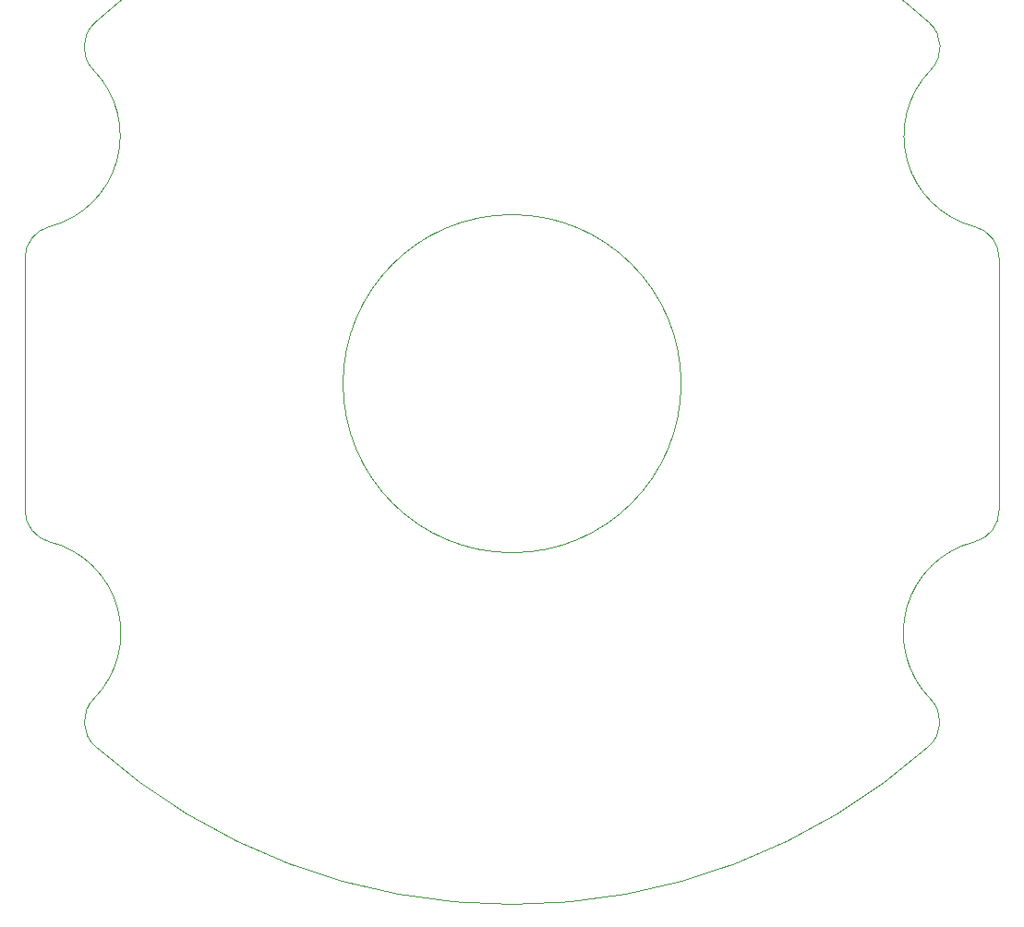
<source format=gko>
G04 #@! TF.FileFunction,Profile,NP*
%FSLAX46Y46*%
G04 Gerber Fmt 4.6, Leading zero omitted, Abs format (unit mm)*
G04 Created by KiCad (PCBNEW 4.0.6) date Fri Jul 14 09:31:39 2017*
%MOMM*%
%LPD*%
G01*
G04 APERTURE LIST*
%ADD10C,0.100000*%
G04 APERTURE END LIST*
D10*
X190909048Y-90595266D02*
G75*
G02X193169420Y-93502662I-739628J-2907396D01*
G01*
X193169420Y-116600597D02*
X193169420Y-93502662D01*
X193169420Y-116600597D02*
G75*
G02X190894437Y-119511671I-3000000J0D01*
G01*
X186858950Y-133904939D02*
G75*
G02X190894437Y-119511671I6113869J6048190D01*
G01*
X186858949Y-133904939D02*
G75*
G02X186721143Y-138255358I-2132745J-2109834D01*
G01*
X186721144Y-138255358D02*
G75*
G02X148501100Y-152753600I-38086421J42776170D01*
G01*
X148501100Y-152753600D02*
G75*
G02X110281057Y-138255358I-133623J57274412D01*
G01*
X110281057Y-138255359D02*
G75*
G02X110143250Y-133904939I1994939J2240586D01*
G01*
X106107763Y-119511671D02*
G75*
G02X110143250Y-133904939I-2078382J-8345078D01*
G01*
X106107763Y-119511671D02*
G75*
G02X103832780Y-116600597I725017J2911074D01*
G01*
X103832780Y-93502662D02*
X103832780Y-116600597D01*
X103832781Y-93502663D02*
G75*
G02X106093151Y-90595267I2999999J1D01*
G01*
X110109990Y-76236121D02*
G75*
G02X106093151Y-90595267I-6137106J-6024611D01*
G01*
X110109989Y-76236121D02*
G75*
G02X110247125Y-71901773I2140851J2101608D01*
G01*
X110247125Y-71901773D02*
G75*
G02X186755075Y-71901773I38253975J-42626395D01*
G01*
X186755075Y-71901774D02*
G75*
G02X186892210Y-76236121I-2003715J-2232739D01*
G01*
X190909049Y-90595267D02*
G75*
G02X186892210Y-76236121I2120267J8334535D01*
G01*
X164001100Y-105003600D02*
G75*
G03X164001100Y-105003600I-15500000J0D01*
G01*
M02*

</source>
